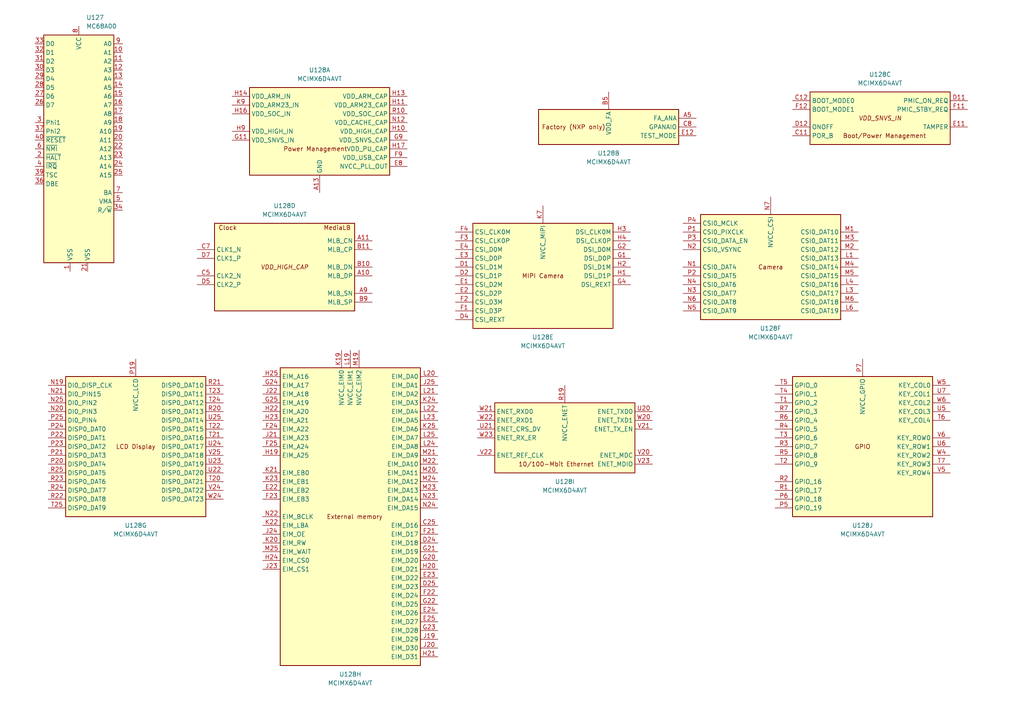
<source format=kicad_sch>
(kicad_sch (version 20250114) (generator "eeschema") (generator_version "9.0")
  (paper "A4")
  (symbol (lib_id "CPU_NXP_IMX:MCIMX6D4AVT") (at 223.52 77.47 0) (unit 6)
    (property "Reference" "U128" (at 223.52 95.25 0))
    (property "Value" "MCIMX6D4AVT" (at 223.52 97.79 0))
    (property "Footprint" "Package_BGA:BGA-624_21x21mm_Layout25x25_P0.8mm" (effects (hide yes)))
    (property "Datasheet" "https://www.nxp.com/docs/en/data-sheet/IMX6DQAEC.pdf" (effects (hide yes)))
    (property "Description" "i.MX 6Dual Automotive and Infotainment Application Processor, BGA-624" (effects (hide yes)))
  )
  (symbol (lib_id "CPU_NXP_6800:MC68A00") (at 22.86 43.18 0) (unit 1)
    (property "Reference" "U127" (at 25.0033 5.08 0) (effects (justify left)))
    (property "Value" "MC68A00" (at 25.0033 7.62 0) (effects (justify left)))
    (property "Footprint" "Package_DIP:DIP-40_W15.24mm" (effects (hide yes)))
    (property "Datasheet" "http://pdf.datasheetcatalog.com/datasheet/motorola/MC68A00L.pdf" (effects (hide yes)))
    (property "Description" "8-Bit Microprocessing unit 1.5MHz, DIP-40" (effects (hide yes)))
  )
  (symbol (lib_id "CPU_NXP_IMX:MCIMX6D4AVT") (at 163.83 127 0) (unit 9)
    (property "Reference" "U128" (at 163.83 139.7 0))
    (property "Value" "MCIMX6D4AVT" (at 163.83 142.24 0))
    (property "Footprint" "Package_BGA:BGA-624_21x21mm_Layout25x25_P0.8mm" (effects (hide yes)))
    (property "Datasheet" "https://www.nxp.com/docs/en/data-sheet/IMX6DQAEC.pdf" (effects (hide yes)))
    (property "Description" "i.MX 6Dual Automotive and Infotainment Application Processor, BGA-624" (effects (hide yes)))
  )
  (symbol (lib_id "CPU_NXP_IMX:MCIMX6D4AVT") (at 82.55 77.47 0) (unit 4)
    (property "Reference" "U128" (at 82.55 59.69 0))
    (property "Value" "MCIMX6D4AVT" (at 82.55 62.23 0))
    (property "Footprint" "Package_BGA:BGA-624_21x21mm_Layout25x25_P0.8mm" (effects (hide yes)))
    (property "Datasheet" "https://www.nxp.com/docs/en/data-sheet/IMX6DQAEC.pdf" (effects (hide yes)))
    (property "Description" "i.MX 6Dual Automotive and Infotainment Application Processor, BGA-624" (effects (hide yes)))
  )
  (symbol (lib_id "CPU_NXP_IMX:MCIMX6D4AVT") (at 176.53 36.83 0) (unit 2)
    (property "Reference" "U128" (at 176.53 44.45 0))
    (property "Value" "MCIMX6D4AVT" (at 176.53 46.99 0))
    (property "Footprint" "Package_BGA:BGA-624_21x21mm_Layout25x25_P0.8mm" (effects (hide yes)))
    (property "Datasheet" "https://www.nxp.com/docs/en/data-sheet/IMX6DQAEC.pdf" (effects (hide yes)))
    (property "Description" "i.MX 6Dual Automotive and Infotainment Application Processor, BGA-624" (effects (hide yes)))
  )
  (symbol (lib_id "CPU_NXP_IMX:MCIMX6D4AVT") (at 39.37 129.54 0) (unit 7)
    (property "Reference" "U128" (at 39.37 152.4 0))
    (property "Value" "MCIMX6D4AVT" (at 39.37 154.94 0))
    (property "Footprint" "Package_BGA:BGA-624_21x21mm_Layout25x25_P0.8mm" (effects (hide yes)))
    (property "Datasheet" "https://www.nxp.com/docs/en/data-sheet/IMX6DQAEC.pdf" (effects (hide yes)))
    (property "Description" "i.MX 6Dual Automotive and Infotainment Application Processor, BGA-624" (effects (hide yes)))
  )
  (symbol (lib_id "CPU_NXP_IMX:MCIMX6D4AVT") (at 92.71 38.1 0) (unit 1)
    (property "Reference" "U128" (at 92.71 20.32 0))
    (property "Value" "MCIMX6D4AVT" (at 92.71 22.86 0))
    (property "Footprint" "Package_BGA:BGA-624_21x21mm_Layout25x25_P0.8mm" (effects (hide yes)))
    (property "Datasheet" "https://www.nxp.com/docs/en/data-sheet/IMX6DQAEC.pdf" (effects (hide yes)))
    (property "Description" "i.MX 6Dual Automotive and Infotainment Application Processor, BGA-624" (effects (hide yes)))
  )
  (symbol (lib_id "CPU_NXP_IMX:MCIMX6D4AVT") (at 255.27 34.29 0) (unit 3)
    (property "Reference" "U128" (at 255.27 21.59 0))
    (property "Value" "MCIMX6D4AVT" (at 255.27 24.13 0))
    (property "Footprint" "Package_BGA:BGA-624_21x21mm_Layout25x25_P0.8mm" (effects (hide yes)))
    (property "Datasheet" "https://www.nxp.com/docs/en/data-sheet/IMX6DQAEC.pdf" (effects (hide yes)))
    (property "Description" "i.MX 6Dual Automotive and Infotainment Application Processor, BGA-624" (effects (hide yes)))
  )
  (symbol (lib_id "CPU_NXP_IMX:MCIMX6D4AVT") (at 157.48 80.01 0) (unit 5)
    (property "Reference" "U128" (at 157.48 97.79 0))
    (property "Value" "MCIMX6D4AVT" (at 157.48 100.33 0))
    (property "Footprint" "Package_BGA:BGA-624_21x21mm_Layout25x25_P0.8mm" (effects (hide yes)))
    (property "Datasheet" "https://www.nxp.com/docs/en/data-sheet/IMX6DQAEC.pdf" (effects (hide yes)))
    (property "Description" "i.MX 6Dual Automotive and Infotainment Application Processor, BGA-624" (effects (hide yes)))
  )
  (symbol (lib_id "CPU_NXP_IMX:MCIMX6D4AVT") (at 250.19 129.54 0) (unit 10)
    (property "Reference" "U128" (at 250.19 152.4 0))
    (property "Value" "MCIMX6D4AVT" (at 250.19 154.94 0))
    (property "Footprint" "Package_BGA:BGA-624_21x21mm_Layout25x25_P0.8mm" (effects (hide yes)))
    (property "Datasheet" "https://www.nxp.com/docs/en/data-sheet/IMX6DQAEC.pdf" (effects (hide yes)))
    (property "Description" "i.MX 6Dual Automotive and Infotainment Application Processor, BGA-624" (effects (hide yes)))
  )
  (symbol (lib_id "CPU_NXP_IMX:MCIMX6D4AVT") (at 101.6 149.86 0) (unit 8)
    (property "Reference" "U128" (at 101.6 195.58 0))
    (property "Value" "MCIMX6D4AVT" (at 101.6 198.12 0))
    (property "Footprint" "Package_BGA:BGA-624_21x21mm_Layout25x25_P0.8mm" (effects (hide yes)))
    (property "Datasheet" "https://www.nxp.com/docs/en/data-sheet/IMX6DQAEC.pdf" (effects (hide yes)))
    (property "Description" "i.MX 6Dual Automotive and Infotainment Application Processor, BGA-624" (effects (hide yes)))
  )
)
</source>
